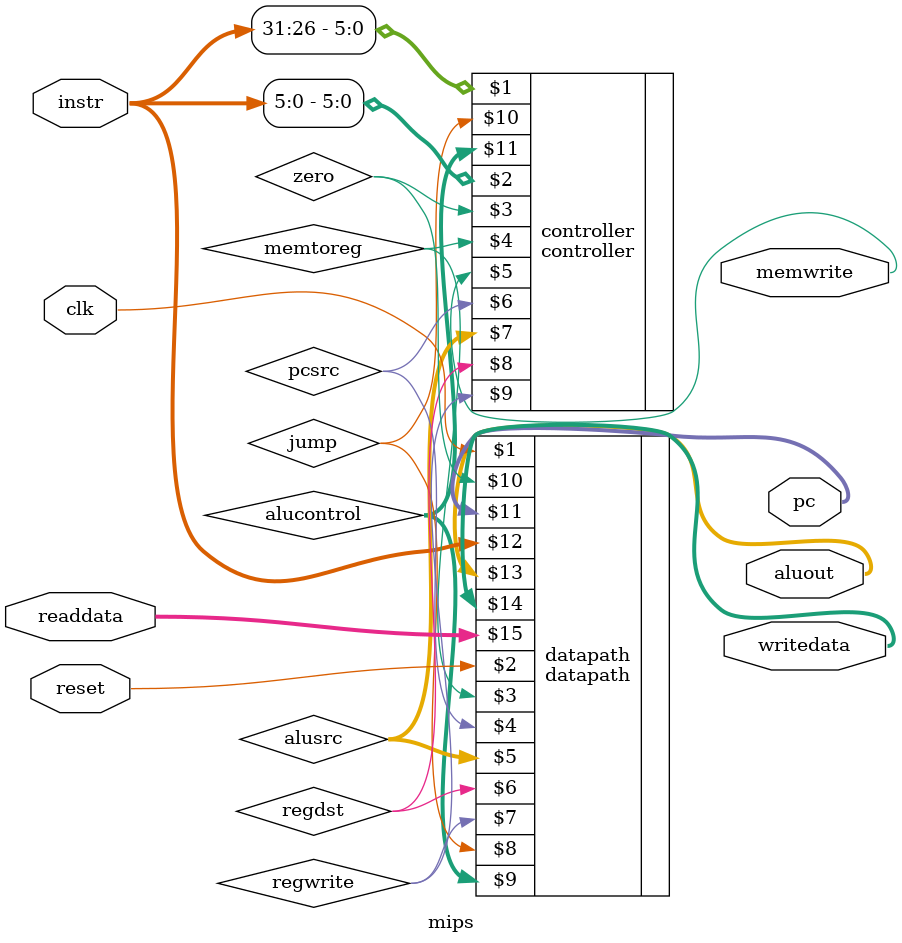
<source format=sv>
`timescale 1ns / 1ps

module mips#(parameter N = 32)(
    input   logic       clk, reset,
    output  logic[N-1:0] pc,
    input   logic[N-1:0] instr,
    output  logic        memwrite,
    output  logic[N-1:0] aluout, writedata,
    input   logic[N-1:0] readdata
);
logic       memtoreg, regdst, regwrite, jump, pcsrc, zero;
logic [1:0] alusrc;   
logic [2:0] alucontrol;
controller controller(instr[31:26],instr[5:0],zero,
            memtoreg, memwrite, pcsrc ,alusrc,
            regdst, regwrite, jump, alucontrol);
datapath datapath(clk, reset, memtoreg, pcsrc, alusrc, 
        regdst, regwrite, jump, alucontrol, zero, 
        pc, instr, aluout, writedata, readdata);
endmodule
</source>
